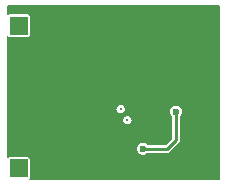
<source format=gbr>
%TF.GenerationSoftware,KiCad,Pcbnew,7.0.10*%
%TF.CreationDate,2024-08-19T14:49:08+08:00*%
%TF.ProjectId,TPS61230_Booster_5V_Layout-240812_JLCPCB,54505336-3132-4333-905f-426f6f737465,rev?*%
%TF.SameCoordinates,Original*%
%TF.FileFunction,Copper,L2,Bot*%
%TF.FilePolarity,Positive*%
%FSLAX46Y46*%
G04 Gerber Fmt 4.6, Leading zero omitted, Abs format (unit mm)*
G04 Created by KiCad (PCBNEW 7.0.10) date 2024-08-19 14:49:08*
%MOMM*%
%LPD*%
G01*
G04 APERTURE LIST*
%TA.AperFunction,ComponentPad*%
%ADD10R,1.500000X1.500000*%
%TD*%
%TA.AperFunction,ComponentPad*%
%ADD11C,0.300000*%
%TD*%
%TA.AperFunction,ViaPad*%
%ADD12C,0.600000*%
%TD*%
%TA.AperFunction,Conductor*%
%ADD13C,0.254000*%
%TD*%
G04 APERTURE END LIST*
D10*
%TO.P,TP5,1,1*%
%TO.N,/VIN*%
X130683000Y-59639200D03*
%TD*%
D11*
%TO.P,U1,12,GND*%
%TO.N,GND*%
X139319000Y-68615600D03*
%TO.P,U1,13,GND*%
X138744000Y-67665600D03*
%TO.P,U1,14,GND*%
%TO.N,unconnected-(U1-GND-Pad14)*%
X139894000Y-67665600D03*
%TO.P,U1,15*%
%TO.N,N/C*%
X139319000Y-66715600D03*
%TD*%
D10*
%TO.P,TP8,1,1*%
%TO.N,GND*%
X146800000Y-59639200D03*
%TD*%
%TO.P,TP6,1,1*%
%TO.N,GND*%
X146800000Y-71729600D03*
%TD*%
%TO.P,TP7,1,1*%
%TO.N,Net-(U1-VOUT)*%
X130683000Y-71729600D03*
%TD*%
D12*
%TO.N,GND*%
X132829300Y-64592200D03*
X131038600Y-64592200D03*
X134620000Y-64592200D03*
X131064000Y-62852300D03*
%TO.N,Net-(U1-SS)*%
X141198600Y-70078600D03*
X144018000Y-66929000D03*
%TD*%
D13*
%TO.N,Net-(U1-SS)*%
X144018000Y-66929000D02*
X144018000Y-69342000D01*
X143281400Y-70078600D02*
X141198600Y-70078600D01*
X144018000Y-69342000D02*
X143281400Y-70078600D01*
%TD*%
%TA.AperFunction,Conductor*%
%TO.N,GND*%
G36*
X147707594Y-57956206D02*
G01*
X147725900Y-58000400D01*
X147725900Y-72657200D01*
X147707594Y-72701394D01*
X147663400Y-72719700D01*
X131630639Y-72719700D01*
X131586445Y-72701394D01*
X131568139Y-72657200D01*
X131578672Y-72622477D01*
X131621866Y-72557832D01*
X131621867Y-72557831D01*
X131633500Y-72499348D01*
X131633500Y-70959852D01*
X131621867Y-70901369D01*
X131621866Y-70901367D01*
X131577552Y-70835047D01*
X131511232Y-70790733D01*
X131511230Y-70790732D01*
X131452748Y-70779100D01*
X129913252Y-70779100D01*
X129854769Y-70790732D01*
X129854767Y-70790733D01*
X129790123Y-70833928D01*
X129743207Y-70843260D01*
X129703433Y-70816684D01*
X129692900Y-70781961D01*
X129692900Y-70078600D01*
X140692953Y-70078600D01*
X140713434Y-70221055D01*
X140713435Y-70221057D01*
X140750469Y-70302150D01*
X140773223Y-70351972D01*
X140773223Y-70351974D01*
X140823405Y-70409887D01*
X140867472Y-70460743D01*
X140988547Y-70538553D01*
X140988549Y-70538553D01*
X140988550Y-70538554D01*
X141126636Y-70579099D01*
X141126638Y-70579100D01*
X141126639Y-70579100D01*
X141270562Y-70579100D01*
X141270562Y-70579099D01*
X141408653Y-70538553D01*
X141529728Y-70460743D01*
X141558385Y-70427671D01*
X141601160Y-70406259D01*
X141605619Y-70406100D01*
X143264375Y-70406100D01*
X143269823Y-70406338D01*
X143310384Y-70409887D01*
X143349715Y-70399347D01*
X143355027Y-70398169D01*
X143395139Y-70391097D01*
X143400684Y-70387895D01*
X143415763Y-70381650D01*
X143421940Y-70379995D01*
X143421940Y-70379994D01*
X143421943Y-70379994D01*
X143455303Y-70356633D01*
X143459876Y-70353720D01*
X143495160Y-70333350D01*
X143521348Y-70302138D01*
X143525012Y-70298140D01*
X144237546Y-69585607D01*
X144241544Y-69581943D01*
X144272750Y-69555760D01*
X144293115Y-69520484D01*
X144296021Y-69515922D01*
X144319395Y-69482543D01*
X144321052Y-69476360D01*
X144327298Y-69461280D01*
X144330496Y-69455741D01*
X144330496Y-69455740D01*
X144330497Y-69455739D01*
X144337569Y-69415621D01*
X144338741Y-69410338D01*
X144349287Y-69370984D01*
X144345738Y-69330421D01*
X144345500Y-69324973D01*
X144345500Y-67338640D01*
X144360765Y-67297712D01*
X144443377Y-67202373D01*
X144503165Y-67071457D01*
X144523647Y-66929000D01*
X144503165Y-66786543D01*
X144443377Y-66655627D01*
X144443376Y-66655625D01*
X144349128Y-66546857D01*
X144337963Y-66539682D01*
X144228053Y-66469047D01*
X144228051Y-66469046D01*
X144228049Y-66469045D01*
X144089963Y-66428500D01*
X144089961Y-66428500D01*
X143946039Y-66428500D01*
X143946037Y-66428500D01*
X143807950Y-66469045D01*
X143686871Y-66546857D01*
X143592623Y-66655625D01*
X143592623Y-66655627D01*
X143532834Y-66786544D01*
X143512353Y-66929000D01*
X143532834Y-67071455D01*
X143532835Y-67071457D01*
X143592623Y-67202373D01*
X143675234Y-67297712D01*
X143690500Y-67338640D01*
X143690500Y-69180457D01*
X143672194Y-69224651D01*
X143164052Y-69732794D01*
X143119858Y-69751100D01*
X141605619Y-69751100D01*
X141561425Y-69732794D01*
X141558385Y-69729529D01*
X141529728Y-69696457D01*
X141408653Y-69618647D01*
X141408651Y-69618646D01*
X141408649Y-69618645D01*
X141270563Y-69578100D01*
X141270561Y-69578100D01*
X141126639Y-69578100D01*
X141126637Y-69578100D01*
X140988550Y-69618645D01*
X140867471Y-69696457D01*
X140773223Y-69805225D01*
X140773223Y-69805227D01*
X140713434Y-69936144D01*
X140692953Y-70078600D01*
X129692900Y-70078600D01*
X129692900Y-67665604D01*
X139539131Y-67665604D01*
X139540033Y-67671303D01*
X139540589Y-67686230D01*
X139539868Y-67694940D01*
X139539868Y-67694945D01*
X139549612Y-67733427D01*
X139550754Y-67738989D01*
X139556499Y-67775260D01*
X139560690Y-67783486D01*
X139565586Y-67796510D01*
X139568581Y-67808333D01*
X139568584Y-67808341D01*
X139572333Y-67814080D01*
X139588420Y-67838702D01*
X139591785Y-67844512D01*
X139606904Y-67874186D01*
X139615872Y-67883154D01*
X139623997Y-67893158D01*
X139632563Y-67906269D01*
X139632564Y-67906270D01*
X139632565Y-67906271D01*
X139658478Y-67926439D01*
X139664285Y-67931567D01*
X139685413Y-67952695D01*
X139699792Y-67960021D01*
X139709799Y-67966384D01*
X139724874Y-67978117D01*
X139752700Y-67987669D01*
X139760770Y-67991091D01*
X139784339Y-68003100D01*
X139803673Y-68006161D01*
X139814187Y-68008778D01*
X139835512Y-68016100D01*
X139861500Y-68016100D01*
X139871276Y-68016869D01*
X139894000Y-68020469D01*
X139917721Y-68016711D01*
X139922317Y-68016159D01*
X139923019Y-68016100D01*
X139923040Y-68016100D01*
X139950115Y-68011581D01*
X139950326Y-68011547D01*
X140003661Y-68003100D01*
X140003664Y-68003098D01*
X140005138Y-68002865D01*
X140008000Y-68002166D01*
X140009375Y-68001694D01*
X140009377Y-68001692D01*
X140009381Y-68001692D01*
X140056392Y-67976250D01*
X140057588Y-67975622D01*
X140102587Y-67952695D01*
X140102589Y-67952693D01*
X140106570Y-67949801D01*
X140106936Y-67950305D01*
X140108263Y-67949313D01*
X140108173Y-67949197D01*
X140112254Y-67946019D01*
X140112258Y-67946018D01*
X140146100Y-67909254D01*
X140147840Y-67907440D01*
X140181095Y-67874187D01*
X140181098Y-67874182D01*
X140183990Y-67870203D01*
X140184037Y-67870237D01*
X140190268Y-67861275D01*
X140191484Y-67859956D01*
X140210181Y-67817327D01*
X140211720Y-67814080D01*
X140231500Y-67775261D01*
X140231859Y-67772987D01*
X140236353Y-67757663D01*
X140238473Y-67752832D01*
X140242035Y-67709833D01*
X140242586Y-67705262D01*
X140248869Y-67665600D01*
X140247965Y-67659899D01*
X140247410Y-67644961D01*
X140248132Y-67636256D01*
X140238385Y-67597770D01*
X140237248Y-67592234D01*
X140231500Y-67555939D01*
X140227308Y-67547711D01*
X140222411Y-67534687D01*
X140219416Y-67522859D01*
X140209655Y-67507919D01*
X140199574Y-67492488D01*
X140196209Y-67486677D01*
X140181094Y-67457011D01*
X140172129Y-67448047D01*
X140163997Y-67438033D01*
X140155439Y-67424933D01*
X140155438Y-67424931D01*
X140129520Y-67404759D01*
X140123714Y-67399632D01*
X140102585Y-67378503D01*
X140088214Y-67371181D01*
X140078203Y-67364817D01*
X140063126Y-67353083D01*
X140063121Y-67353080D01*
X140035304Y-67343531D01*
X140027227Y-67340107D01*
X140003661Y-67328100D01*
X140003659Y-67328099D01*
X140003658Y-67328099D01*
X139984328Y-67325037D01*
X139973815Y-67322421D01*
X139952488Y-67315100D01*
X139952487Y-67315100D01*
X139926500Y-67315100D01*
X139916723Y-67314330D01*
X139911318Y-67313474D01*
X139894002Y-67310731D01*
X139893998Y-67310731D01*
X139870316Y-67314482D01*
X139865707Y-67315038D01*
X139864958Y-67315100D01*
X139838000Y-67319597D01*
X139837495Y-67319679D01*
X139782901Y-67328326D01*
X139779969Y-67329043D01*
X139778620Y-67329506D01*
X139731680Y-67354908D01*
X139730311Y-67355627D01*
X139685412Y-67378505D01*
X139681436Y-67381394D01*
X139681084Y-67380910D01*
X139679748Y-67381903D01*
X139679826Y-67382003D01*
X139675740Y-67385183D01*
X139641922Y-67421918D01*
X139640136Y-67423779D01*
X139606905Y-67457012D01*
X139604016Y-67460989D01*
X139603970Y-67460956D01*
X139597742Y-67469911D01*
X139596516Y-67471242D01*
X139596514Y-67471246D01*
X139577820Y-67513862D01*
X139576274Y-67517128D01*
X139556499Y-67555939D01*
X139556498Y-67555944D01*
X139556137Y-67558222D01*
X139551650Y-67573524D01*
X139549526Y-67578367D01*
X139549526Y-67578368D01*
X139545966Y-67621326D01*
X139545411Y-67625939D01*
X139539131Y-67665600D01*
X139539131Y-67665604D01*
X129692900Y-67665604D01*
X129692900Y-66715604D01*
X138964131Y-66715604D01*
X138965033Y-66721303D01*
X138965589Y-66736230D01*
X138964868Y-66744940D01*
X138964868Y-66744945D01*
X138974612Y-66783427D01*
X138975754Y-66788989D01*
X138981499Y-66825260D01*
X138985690Y-66833486D01*
X138990586Y-66846510D01*
X138993581Y-66858333D01*
X138993584Y-66858341D01*
X138997333Y-66864080D01*
X139013420Y-66888702D01*
X139016785Y-66894512D01*
X139031904Y-66924186D01*
X139040872Y-66933154D01*
X139048997Y-66943158D01*
X139057563Y-66956269D01*
X139057564Y-66956270D01*
X139057565Y-66956271D01*
X139083478Y-66976439D01*
X139089285Y-66981567D01*
X139110413Y-67002695D01*
X139124792Y-67010021D01*
X139134799Y-67016384D01*
X139149874Y-67028117D01*
X139177700Y-67037669D01*
X139185770Y-67041091D01*
X139209339Y-67053100D01*
X139228673Y-67056161D01*
X139239187Y-67058778D01*
X139260512Y-67066100D01*
X139286500Y-67066100D01*
X139296276Y-67066869D01*
X139319000Y-67070469D01*
X139342721Y-67066711D01*
X139347317Y-67066159D01*
X139348019Y-67066100D01*
X139348040Y-67066100D01*
X139375115Y-67061581D01*
X139375326Y-67061547D01*
X139428661Y-67053100D01*
X139428664Y-67053098D01*
X139430138Y-67052865D01*
X139433000Y-67052166D01*
X139434375Y-67051694D01*
X139434377Y-67051692D01*
X139434381Y-67051692D01*
X139481392Y-67026250D01*
X139482588Y-67025622D01*
X139527587Y-67002695D01*
X139527589Y-67002693D01*
X139531570Y-66999801D01*
X139531936Y-67000305D01*
X139533263Y-66999313D01*
X139533173Y-66999197D01*
X139537254Y-66996019D01*
X139537258Y-66996018D01*
X139571100Y-66959254D01*
X139572840Y-66957440D01*
X139606095Y-66924187D01*
X139606098Y-66924182D01*
X139608990Y-66920203D01*
X139609037Y-66920237D01*
X139615268Y-66911275D01*
X139616484Y-66909956D01*
X139635181Y-66867327D01*
X139636720Y-66864080D01*
X139656500Y-66825261D01*
X139656859Y-66822987D01*
X139661353Y-66807663D01*
X139663473Y-66802832D01*
X139667035Y-66759833D01*
X139667586Y-66755262D01*
X139673869Y-66715600D01*
X139672965Y-66709899D01*
X139672410Y-66694961D01*
X139673132Y-66686256D01*
X139663385Y-66647770D01*
X139662248Y-66642234D01*
X139656500Y-66605939D01*
X139652308Y-66597711D01*
X139647411Y-66584687D01*
X139644416Y-66572859D01*
X139627428Y-66546857D01*
X139624574Y-66542488D01*
X139621209Y-66536677D01*
X139606094Y-66507011D01*
X139597129Y-66498047D01*
X139588997Y-66488033D01*
X139580439Y-66474933D01*
X139580438Y-66474931D01*
X139554520Y-66454759D01*
X139548714Y-66449632D01*
X139527585Y-66428503D01*
X139513214Y-66421181D01*
X139503203Y-66414817D01*
X139488126Y-66403083D01*
X139488121Y-66403080D01*
X139460304Y-66393531D01*
X139452227Y-66390107D01*
X139428661Y-66378100D01*
X139428659Y-66378099D01*
X139428658Y-66378099D01*
X139409328Y-66375037D01*
X139398815Y-66372421D01*
X139377488Y-66365100D01*
X139377487Y-66365100D01*
X139351500Y-66365100D01*
X139341723Y-66364330D01*
X139336829Y-66363554D01*
X139319002Y-66360731D01*
X139318998Y-66360731D01*
X139295316Y-66364482D01*
X139290707Y-66365038D01*
X139289958Y-66365100D01*
X139263000Y-66369597D01*
X139262495Y-66369679D01*
X139207901Y-66378326D01*
X139204969Y-66379043D01*
X139203620Y-66379506D01*
X139156680Y-66404908D01*
X139155311Y-66405627D01*
X139110412Y-66428505D01*
X139106436Y-66431394D01*
X139106084Y-66430910D01*
X139104748Y-66431903D01*
X139104826Y-66432003D01*
X139100740Y-66435183D01*
X139066922Y-66471918D01*
X139065136Y-66473779D01*
X139031905Y-66507012D01*
X139029016Y-66510989D01*
X139028970Y-66510956D01*
X139022742Y-66519911D01*
X139021516Y-66521242D01*
X139021514Y-66521246D01*
X139002820Y-66563862D01*
X139001274Y-66567128D01*
X138981499Y-66605939D01*
X138981498Y-66605944D01*
X138981137Y-66608222D01*
X138976650Y-66623524D01*
X138974526Y-66628367D01*
X138974526Y-66628368D01*
X138970966Y-66671326D01*
X138970411Y-66675939D01*
X138964131Y-66715600D01*
X138964131Y-66715604D01*
X129692900Y-66715604D01*
X129692900Y-60586838D01*
X129711206Y-60542644D01*
X129755400Y-60524338D01*
X129790124Y-60534872D01*
X129854766Y-60578065D01*
X129854769Y-60578067D01*
X129913252Y-60589700D01*
X131452748Y-60589700D01*
X131511231Y-60578067D01*
X131577552Y-60533752D01*
X131621867Y-60467431D01*
X131633500Y-60408948D01*
X131633500Y-58869452D01*
X131621867Y-58810969D01*
X131621866Y-58810967D01*
X131577552Y-58744647D01*
X131511232Y-58700333D01*
X131511230Y-58700332D01*
X131452748Y-58688700D01*
X129913252Y-58688700D01*
X129854769Y-58700332D01*
X129854767Y-58700333D01*
X129790123Y-58743528D01*
X129743207Y-58752860D01*
X129703433Y-58726284D01*
X129692900Y-58691561D01*
X129692900Y-58000400D01*
X129711206Y-57956206D01*
X129755400Y-57937900D01*
X147663400Y-57937900D01*
X147707594Y-57956206D01*
G37*
%TD.AperFunction*%
%TD*%
M02*

</source>
